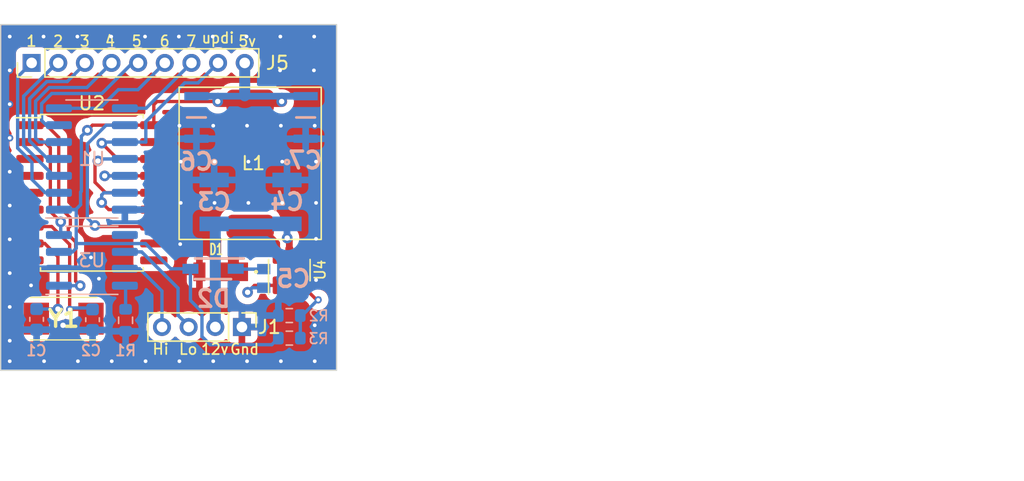
<source format=kicad_pcb>
(kicad_pcb (version 20221018) (generator pcbnew)
  (layers (0 "F.Cu" signal) (31 "B.Cu" signal) (34 "B.Paste" user) (35 "F.Paste" user) (36 "B.SilkS" user "B.Silkscreen") (37 "F.SilkS" user "F.Silkscreen") (38 "B.Mask" user) (39 "F.Mask" user) (44 "Edge.Cuts" user))
  (net 0 "")
  (net 1 "GND")
  (net 2 "Vdd")
  (net 3 "Vos")
  (net 4 "CAN L")
  (net 5 "CAN H")
  (net 6 "Net-(U2-OSC1)")
  (net 7 "Net-(U2-OSC2)")
  (net 8 "Net-(U4-BOOST)")
  (net 9 "Net-(D2-K)")
  (net 10 "Net-(D1-K)")
  (net 11 "Net-(J5-Pin_1)")
  (net 12 "Net-(J5-Pin_2)")
  (net 13 "Net-(J5-Pin_3)")
  (net 14 "Net-(J5-Pin_4)")
  (net 15 "Net-(J5-Pin_5)")
  (net 16 "Net-(J5-Pin_6)")
  (net 17 "Net-(J5-Pin_7)")
  (net 18 "Net-(J5-Pin_8)")
  (net 20 "Net-(U4-VFB)")
  (net 21 "Net-(U1-PB0)")
  (net 22 "Net-(U1-PA1)")
  (net 23 "Net-(U1-PA2)")
  (net 24 "Net-(U1-PA3)")
  (net 25 "Net-(U2-TXCAN)")
  (net 26 "Net-(U2-RXCAN)")
  (net 35 "Net-(U3-Rs)")
  (footprint "Schottky_Diode:DFLS120L7" (layer "F.Cu") (at 136.994 91.579 180)
    (fp_text reference "D1" (at 0.344 1.679) (layer "F.SilkS") (effects (font (size 0.8001 0.508) (thickness 0.127) bold)))
    (fp_text value "D_Schottky" hide)
    (fp_line (start -2.7 0) (end -2.7 0) (stroke (width 0.2)) (layer "F.SilkS"))
    (fp_line (start -2.7 0) (end -2.6 0) (stroke (width 0.2)) (layer "F.SilkS"))
    (fp_line (start -2.6 0) (end -2.6 0) (stroke (width 0.2)) (layer "F.SilkS"))
    (fp_arc (start -2.7 0) (mid -2.65 -0.05) (end -2.6 0) (stroke (width 0.2)) (layer "F.SilkS"))
    (fp_arc (start -2.6 0) (mid -2.65 0.05) (end -2.7 0) (stroke (width 0.2)) (layer "F.SilkS"))
    (pad "1" smd rect (at -0.95 0 270) (size 1.4 2.2) (layers "F.Cu" "F.Paste" "F.Mask") (net 10 "Net-(D1-K)"))
    (pad "2" smd rect (at 1.6 0 180) (size 0.9 1.4) (layers "F.Cu" "F.Paste" "F.Mask") (net 1 "GND"))
  )
  (footprint "Connector_PinHeader_2.00mm:PinHeader_1x04_P2.00mm_Vertical" (layer "F.Cu") (at 138.584 95.729 -90)
    (fp_text reference "J1" (at 0 -2.06) (layer "F.SilkS"))
    (fp_text value "Conn_01x04")
    (fp_line (start -1.06 -1.06) (end 0 -1.06) (stroke (width 0.12)) (layer "F.SilkS"))
    (fp_line (start -1.06 0) (end -1.06 -1.06) (stroke (width 0.12)) (layer "F.SilkS"))
    (fp_line (start -1.06 1) (end -1.06 7.06) (stroke (width 0.12)) (layer "F.SilkS"))
    (fp_line (start -1.06 1) (end 1.06 1) (stroke (width 0.12)) (layer "F.SilkS"))
    (fp_line (start -1.06 7.06) (end 1.06 7.06) (stroke (width 0.12)) (layer "F.SilkS"))
    (fp_line (start 1.06 1) (end 1.06 7.06) (stroke (width 0.12)) (layer "F.SilkS"))
    (pad "1" thru_hole rect (at 0 0 270) (size 1.35 1.35) (drill 0.8) (layers "*.Cu" "*.Mask") (net 1 "GND"))
    (pad "2" thru_hole oval (at 0 2 270) (size 1.35 1.35) (drill 0.8) (layers "*.Cu" "*.Mask") (net 2 "Vdd"))
    (pad "3" thru_hole oval (at 0 4 270) (size 1.35 1.35) (drill 0.8) (layers "*.Cu" "*.Mask") (net 4 "CAN L"))
    (pad "4" thru_hole oval (at 0 6 270) (size 1.35 1.35) (drill 0.8) (layers "*.Cu" "*.Mask") (net 5 "CAN H"))
  )
  (footprint "Connector_PinHeader_2.00mm:PinHeader_1x09_P2.00mm_Vertical" (layer "F.Cu") (at 122.794 75.879 90)
    (fp_text reference "J5" (at 0 18.456 180) (layer "F.SilkS"))
    (fp_text value "Conn_01x09")
    (fp_line (start -1.06 -1.06) (end 0 -1.06) (stroke (width 0.12)) (layer "F.SilkS"))
    (fp_line (start -1.06 0) (end -1.06 -1.06) (stroke (width 0.12)) (layer "F.SilkS"))
    (fp_line (start -1.06 1) (end -1.06 17.06) (stroke (width 0.12)) (layer "F.SilkS"))
    (fp_line (start -1.06 1) (end 1.06 1) (stroke (width 0.12)) (layer "F.SilkS"))
    (fp_line (start -1.06 17.06) (end 1.06 17.06) (stroke (width 0.12)) (layer "F.SilkS"))
    (fp_line (start 1.06 1) (end 1.06 17.06) (stroke (width 0.12)) (layer "F.SilkS"))
    (pad "1" thru_hole rect (at 0 0 90) (size 1.35 1.35) (drill 0.8) (layers "*.Cu" "*.Mask") (net 11 "Net-(J5-Pin_1)"))
    (pad "2" thru_hole oval (at 0 2 90) (size 1.35 1.35) (drill 0.8) (layers "*.Cu" "*.Mask") (net 12 "Net-(J5-Pin_2)"))
    (pad "3" thru_hole oval (at 0 4 90) (size 1.35 1.35) (drill 0.8) (layers "*.Cu" "*.Mask") (net 13 "Net-(J5-Pin_3)"))
    (pad "4" thru_hole oval (at 0 6 90) (size 1.35 1.35) (drill 0.8) (layers "*.Cu" "*.Mask") (net 14 "Net-(J5-Pin_4)"))
    (pad "5" thru_hole oval (at 0 8 90) (size 1.35 1.35) (drill 0.8) (layers "*.Cu" "*.Mask") (net 15 "Net-(J5-Pin_5)"))
    (pad "6" thru_hole oval (at 0 10 90) (size 1.35 1.35) (drill 0.8) (layers "*.Cu" "*.Mask") (net 16 "Net-(J5-Pin_6)"))
    (pad "7" thru_hole oval (at 0 12 90) (size 1.35 1.35) (drill 0.8) (layers "*.Cu" "*.Mask") (net 17 "Net-(J5-Pin_7)"))
    (pad "8" thru_hole oval (at 0 14 90) (size 1.35 1.35) (drill 0.8) (layers "*.Cu" "*.Mask") (net 18 "Net-(J5-Pin_8)"))
    (pad "9" thru_hole oval (at 0 16 90) (size 1.35 1.35) (drill 0.8) (layers "*.Cu" "*.Mask") (net 3 "Vos"))
  )
  (footprint "Package_SO:SOIC-18W_7.5x11.6mm_P1.27mm" (layer "F.Cu") (at 127.319 85.639)
    (fp_text reference "U2" (at 0 -6.72) (layer "F.SilkS"))
    (fp_text value "MCP2515-xSO")
    (fp_line (start -3.86 -5.885) (end -3.86 -5.64) (stroke (width 0.12)) (layer "F.SilkS"))
    (fp_line (start -3.86 -5.64) (end -5.675 -5.64) (stroke (width 0.12)) (layer "F.SilkS"))
    (fp_line (start -3.86 5.885) (end -3.86 5.64) (stroke (width 0.12)) (layer "F.SilkS"))
    (fp_line (start 0 -5.885) (end -3.86 -5.885) (stroke (width 0.12)) (layer "F.SilkS"))
    (fp_line (start 0 -5.885) (end 3.86 -5.885) (stroke (width 0.12)) (layer "F.SilkS"))
    (fp_line (start 0 5.885) (end -3.86 5.885) (stroke (width 0.12)) (layer "F.SilkS"))
    (fp_line (start 0 5.885) (end 3.86 5.885) (stroke (width 0.12)) (layer "F.SilkS"))
    (fp_line (start 3.86 -5.885) (end 3.86 -5.64) (stroke (width 0.12)) (layer "F.SilkS"))
    (fp_line (start 3.86 5.885) (end 3.86 5.64) (stroke (width 0.12)) (layer "F.SilkS"))
    (pad "1" smd roundrect (at -4.65 -5.08) (size 2.05 0.6) (layers "F.Cu" "F.Paste" "F.Mask") (net 25 "Net-(U2-TXCAN)"))
    (pad "2" smd roundrect (at -4.65 -3.81) (size 2.05 0.6) (layers "F.Cu" "F.Paste" "F.Mask") (net 26 "Net-(U2-RXCAN)"))
    (pad "3" smd roundrect (at -4.65 -2.54) (size 2.05 0.6) (layers "F.Cu" "F.Paste" "F.Mask"))
    (pad "4" smd roundrect (at -4.65 -1.27) (size 2.05 0.6) (layers "F.Cu" "F.Paste" "F.Mask"))
    (pad "5" smd roundrect (at -4.65 0) (size 2.05 0.6) (layers "F.Cu" "F.Paste" "F.Mask"))
    (pad "6" smd roundrect (at -4.65 1.27) (size 2.05 0.6) (layers "F.Cu" "F.Paste" "F.Mask"))
    (pad "7" smd roundrect (at -4.65 2.54) (size 2.05 0.6) (layers "F.Cu" "F.Paste" "F.Mask") (net 7 "Net-(U2-OSC2)"))
    (pad "8" smd roundrect (at -4.65 3.81) (size 2.05 0.6) (layers "F.Cu" "F.Paste" "F.Mask") (net 6 "Net-(U2-OSC1)"))
    (pad "9" smd roundrect (at -4.65 5.08) (size 2.05 0.6) (layers "F.Cu" "F.Paste" "F.Mask") (net 1 "GND"))
    (pad "10" smd roundrect (at 4.65 5.08) (size 2.05 0.6) (layers "F.Cu" "F.Paste" "F.Mask"))
    (pad "11" smd roundrect (at 4.65 3.81) (size 2.05 0.6) (layers "F.Cu" "F.Paste" "F.Mask"))
    (pad "12" smd roundrect (at 4.65 2.54) (size 2.05 0.6) (layers "F.Cu" "F.Paste" "F.Mask") (net 21 "Net-(U1-PB0)"))
    (pad "13" smd roundrect (at 4.65 1.27) (size 2.05 0.6) (layers "F.Cu" "F.Paste" "F.Mask") (net 24 "Net-(U1-PA3)"))
    (pad "14" smd roundrect (at 4.65 0) (size 2.05 0.6) (layers "F.Cu" "F.Paste" "F.Mask") (net 22 "Net-(U1-PA1)"))
    (pad "15" smd roundrect (at 4.65 -1.27) (size 2.05 0.6) (layers "F.Cu" "F.Paste" "F.Mask") (net 23 "Net-(U1-PA2)"))
    (pad "16" smd roundrect (at 4.65 -2.54) (size 2.05 0.6) (layers "F.Cu" "F.Paste" "F.Mask") (net 18 "Net-(J5-Pin_8)"))
    (pad "17" smd roundrect (at 4.65 -3.81) (size 2.05 0.6) (layers "F.Cu" "F.Paste" "F.Mask"))
    (pad "18" smd roundrect (at 4.65 -5.08) (size 2.05 0.6) (layers "F.Cu" "F.Paste" "F.Mask") (net 3 "Vos"))
  )
  (footprint "ECS-80-8-30Q-VS-TR:ECS80830QVSTR" (layer "F.Cu") (at 125.2 95.1 180)
    (fp_text reference "Y1" (at 0 0 180) (layer "F.SilkS") (effects (font (size 1.27 1.27) (thickness 0.254))))
    (fp_text value "8 MHz" hide)
    (fp_line (start -2.5 -1.6) (end 2.5 -1.6) (stroke (width 0.1)) (layer "F.SilkS"))
    (fp_line (start -2.5 1.6) (end 2.5 1.6) (stroke (width 0.1)) (layer "F.SilkS"))
    (pad "1" smd rect (at -2.05 0 180) (size 1.9 2.4) (layers "F.Cu" "F.Paste" "F.Mask") (net 7 "Net-(U2-OSC2)"))
    (pad "2" smd rect (at 2.05 0 180) (size 1.9 2.4) (layers "F.Cu" "F.Paste" "F.Mask") (net 6 "Net-(U2-OSC1)"))
  )
  (footprint "MSS1048-223:Inductor_MSS1048-223" (layer "F.Cu") (at 139.204 83.429)
    (fp_text reference "L1" (at 0.24 -0.01 unlocked) (layer "F.SilkS"))
    (fp_text value "22 µH")
    (fp_rect (start -5.335 -5.72) (end 5.335 5.72) (stroke (width 0.12)) (fill none) (layer "F.SilkS"))
    (pad "1" smd roundrect (at 0 4.75) (size 3.56 1.78) (layers "F.Cu" "F.Paste" "F.Mask") (net 10 "Net-(D1-K)"))
    (pad "2" smd roundrect (at 0 -4.65) (size 3.56 1.78) (layers "F.Cu" "F.Paste" "F.Mask") (net 3 "Vos"))
  )
  (footprint "Package_TO_SOT_SMD:SOT-23-6" (layer "F.Cu") (at 142.144 91.454 90)
    (fp_text reference "U4" (at 0.0125 2.306 90) (layer "F.SilkS") (effects (font (size 0.8001 0.762) (thickness 0.127) bold)))
    (fp_text value "MCP16331CH")
    (fp_line (start 0 -1.56) (end -1.8 -1.56) (stroke (width 0.12)) (layer "F.SilkS"))
    (fp_line (start 0 -1.56) (end 0.8 -1.56) (stroke (width 0.12)) (layer "F.SilkS"))
    (fp_line (start 0 1.56) (end -0.8 1.56) (stroke (width 0.12)) (layer "F.SilkS"))
    (fp_line (start 0 1.56) (end 0.8 1.56) (stroke (width 0.12)) (layer "F.SilkS"))
    (pad "1" smd roundrect (at -1.1375 -0.95 90) (size 1.325 0.6) (layers "F.Cu" "F.Paste" "F.Mask") (net 8 "Net-(U4-BOOST)"))
    (pad "2" smd roundrect (at -1.1375 0 90) (size 1.325 0.6) (layers "F.Cu" "F.Paste" "F.Mask") (net 1 "GND"))
    (pad "3" smd roundrect (at -1.1375 0.95 90) (size 1.325 0.6) (layers "F.Cu" "F.Paste" "F.Mask") (net 20 "Net-(U4-VFB)"))
    (pad "4" smd roundrect (at 1.1375 0.95 90) (size 1.325 0.6) (layers "F.Cu" "F.Paste" "F.Mask"))
    (pad "5" smd roundrect (at 1.1375 0 90) (size 1.325 0.6) (layers "F.Cu" "F.Paste" "F.Mask") (net 2 "Vdd"))
    (pad "6" smd roundrect (at 1.1375 -0.95 90) (size 1.325 0.6) (layers "F.Cu" "F.Paste" "F.Mask") (net 10 "Net-(D1-K)"))
  )
  (footprint "C3225_Commercial:C3225_Commercial" (layer "B.Cu") (at 136.499 86.329 -90)
    (fp_text reference "C3" (at 0 0 -180) (layer "B.SilkS") (effects (font (size 1.27 1.27) (thickness 0.254)) (justify mirror)))
    (fp_text value "10uF" hide)
    (fp_circle (center -3 0) (end -3 -0.05) (stroke (width 0.2)) (fill none) (layer "B.SilkS"))
    (pad "1" smd rect (at -1.65 0 270) (size 1.1 2.2) (layers "B.Cu" "B.Paste" "B.Mask") (net 1 "GND"))
    (pad "2" smd rect (at 1.65 0 270) (size 1.1 2.2) (layers "B.Cu" "B.Paste" "B.Mask") (net 2 "Vdd"))
  )
  (footprint "CAPC3216X180N:CAPC3216X180N" (layer "B.Cu") (at 143.369 79.979 90)
    (fp_text reference "C7" (at -3.221 -0.019) (layer "B.SilkS") (effects (font (size 1.27 1.27) (thickness 0.254)) (justify mirror)))
    (fp_text value "10 uF" hide)
    (fp_line (start 0 0.7) (end 0 -0.7) (stroke (width 0.2)) (layer "B.SilkS"))
    (pad "1" smd rect (at -1.6 0 90) (size 0.62 1.82) (layers "B.Cu" "B.Paste" "B.Mask") (net 1 "GND"))
    (pad "2" smd rect (at 1.6 0 90) (size 0.62 1.82) (layers "B.Cu" "B.Paste" "B.Mask") (net 3 "Vos"))
  )
  (footprint "C3225_Commercial:C3225_Commercial" (layer "B.Cu") (at 141.969 86.329 -90)
    (fp_text reference "C4" (at 0 0 -180) (layer "B.SilkS") (effects (font (size 1.27 1.27) (thickness 0.254)) (justify mirror)))
    (fp_text value "10uF" hide)
    (fp_circle (center -3 0) (end -3 -0.05) (stroke (width 0.2)) (fill none) (layer "B.SilkS"))
    (pad "1" smd rect (at -1.65 0 270) (size 1.1 2.2) (layers "B.Cu" "B.Paste" "B.Mask") (net 1 "GND"))
    (pad "2" smd rect (at 1.65 0 270) (size 1.1 2.2) (layers "B.Cu" "B.Paste" "B.Mask") (net 2 "Vdd"))
  )
  (footprint "Resistor_SMD:R_0603_1608Metric" (layer "B.Cu") (at 129.85 95.225 90)
    (fp_text reference "R1" (at -2.275 0 180) (layer "B.SilkS") (effects (font (size 0.8001 0.8001)) (justify mirror)))
    (fp_text value "10")
    (fp_line (start -0.237258 -0.5225) (end 0.237258 -0.5225) (stroke (width 0.12)) (layer "B.SilkS"))
    (fp_line (start -0.237258 0.5225) (end 0.237258 0.5225) (stroke (width 0.12)) (layer "B.SilkS"))
    (pad "1" smd roundrect (at -0.825 0 90) (size 0.8 0.95) (layers "B.Cu" "B.Paste" "B.Mask") (net 1 "GND"))
    (pad "2" smd roundrect (at 0.825 0 90) (size 0.8 0.95) (layers "B.Cu" "B.Paste" "B.Mask") (net 35 "Net-(U3-Rs)"))
  )
  (footprint "Package_SO:SOIC-8_3.9x4.9mm_P1.27mm" (layer "B.Cu") (at 127.319 90.719)
    (fp_text reference "U3" (at 0 0) (layer "B.SilkS") (effects (justify mirror)))
    (fp_text value "MCP2551-I-SN")
    (fp_line (start 0 -2.56) (end -1.95 -2.56) (stroke (width 0.12)) (layer "B.SilkS"))
    (fp_line (start 0 -2.56) (end 1.95 -2.56) (stroke (width 0.12)) (layer "B.SilkS"))
    (fp_line (start 0 2.56) (end -3.45 2.56) (stroke (width 0.12)) (layer "B.SilkS"))
    (fp_line (start 0 2.56) (end 1.95 2.56) (stroke (width 0.12)) (layer "B.SilkS"))
    (pad "1" smd roundrect (at -2.475 1.905) (size 1.95 0.6) (layers "B.Cu" "B.Paste" "B.Mask") (net 25 "Net-(U2-TXCAN)"))
    (pad "2" smd roundrect (at -2.475 0.635) (size 1.95 0.6) (layers "B.Cu" "B.Paste" "B.Mask") (net 1 "GND"))
    (pad "3" smd roundrect (at -2.475 -0.635) (size 1.95 0.6) (layers "B.Cu" "B.Paste" "B.Mask") (net 3 "Vos"))
    (pad "4" smd roundrect (at -2.475 -1.905) (size 1.95 0.6) (layers "B.Cu" "B.Paste" "B.Mask") (net 26 "Net-(U2-RXCAN)"))
    (pad "5" smd roundrect (at 2.475 -1.905) (size 1.95 0.6) (layers "B.Cu" "B.Paste" "B.Mask"))
    (pad "6" smd roundrect (at 2.475 -0.635) (size 1.95 0.6) (layers "B.Cu" "B.Paste" "B.Mask") (net 4 "CAN L"))
    (pad "7" smd roundrect (at 2.475 0.635) (size 1.95 0.6) (layers "B.Cu" "B.Paste" "B.Mask") (net 5 "CAN H"))
    (pad "8" smd roundrect (at 2.475 1.905) (size 1.95 0.6) (layers "B.Cu" "B.Paste" "B.Mask") (net 35 "Net-(U3-Rs)"))
  )
  (footprint "Resistor_SMD:R_0603_1608Metric" (layer "B.Cu") (at 142.144836 96.565)
    (fp_text reference "R3" (at 2.19 0.0375 180) (layer "B.SilkS") (effects (font (size 0.8001 0.762) (thickness 0.127) bold) (justify mirror)))
    (fp_text value "52.3 ")
    (fp_line (start -0.237258 -0.5225) (end 0.237258 -0.5225) (stroke (width 0.12)) (layer "B.SilkS"))
    (fp_line (start -0.237258 0.5225) (end 0.237258 0.5225) (stroke (width 0.12)) (layer "B.SilkS"))
    (pad "1" smd roundrect (at -0.825 0) (size 0.8 0.95) (layers "B.Cu" "B.Paste" "B.Mask") (net 3 "Vos"))
    (pad "2" smd roundrect (at 0.825 0) (size 0.8 0.95) (layers "B.Cu" "B.Paste" "B.Mask") (net 20 "Net-(U4-VFB)"))
  )
  (footprint "Capacitor_SMD:C_0603_1608Metric" (layer "B.Cu") (at 127.369 95.179 -90)
    (fp_text reference "C2" (at 2.321 0.119) (layer "B.SilkS") (effects (font (size 0.8001 0.762)) (justify mirror)))
    (fp_text value "22 pF")
    (fp_line (start -0.14058 -0.51) (end 0.14058 -0.51) (stroke (width 0.12)) (layer "B.SilkS"))
    (fp_line (start -0.14058 0.51) (end 0.14058 0.51) (stroke (width 0.12)) (layer "B.SilkS"))
    (pad "1" smd roundrect (at -0.775 0 270) (size 0.9 0.95) (layers "B.Cu" "B.Paste" "B.Mask") (net 7 "Net-(U2-OSC2)"))
    (pad "2" smd roundrect (at 0.775 0 270) (size 0.9 0.95) (layers "B.Cu" "B.Paste" "B.Mask") (net 1 "GND"))
  )
  (footprint "CAPC3216X180N:CAPC3216X180N" (layer "B.Cu") (at 135.169 79.979 90)
    (fp_text reference "C6" (at -3.321 -0.019) (layer "B.SilkS") (effects (font (size 1.27 1.27) (thickness 0.254)) (justify mirror)))
    (fp_text value "10 uF" hide)
    (fp_line (start 0 0.7) (end 0 -0.7) (stroke (width 0.2)) (layer "B.SilkS"))
    (pad "1" smd rect (at -1.6 0 90) (size 0.62 1.82) (layers "B.Cu" "B.Paste" "B.Mask") (net 1 "GND"))
    (pad "2" smd rect (at 1.6 0 90) (size 0.62 1.82) (layers "B.Cu" "B.Paste" "B.Mask") (net 3 "Vos"))
  )
  (footprint "0603YC104KAT2A:CAPC1608X90N" (layer "B.Cu") (at 140.219 92.079 90)
    (fp_text reference "C5" (at -0.021 2.231) (layer "B.SilkS") (effects (font (size 1.27 1.27) (thickness 0.254)) (justify mirror)))
    (fp_text value "100 nF" hide)
    (pad "1" smd rect (at -0.7 0 90) (size 0.78 0.99) (layers "B.Cu" "B.Paste" "B.Mask") (net 8 "Net-(U4-BOOST)"))
    (pad "2" smd rect (at 0.7 0 90) (size 0.78 0.99) (layers "B.Cu" "B.Paste" "B.Mask") (net 9 "Net-(D2-K)"))
  )
  (footprint "Resistor_SMD:R_0603_1608Metric" (layer "B.Cu") (at 142.14 94.87)
    (fp_text reference "R2" (at 2.205 0.0175 180) (layer "B.SilkS") (effects (font (size 0.8001 0.762) (thickness 0.127) bold) (justify mirror)))
    (fp_text value "10")
    (fp_line (start -0.237258 -0.5225) (end 0.237258 -0.5225) (stroke (width 0.12)) (layer "B.SilkS"))
    (fp_line (start -0.237258 0.5225) (end 0.237258 0.5225) (stroke (width 0.12)) (layer "B.SilkS"))
    (pad "1" smd roundrect (at -0.825 0) (size 0.8 0.95) (layers "B.Cu" "B.Paste" "B.Mask") (net 1 "GND"))
    (pad "2" smd roundrect (at 0.825 0) (size 0.8 0.95) (layers "B.Cu" "B.Paste" "B.Mask") (net 20 "Net-(U4-VFB)"))
  )
  (footprint "1N4148WQ-7-F:SOD3716X145N" (layer "B.Cu") (at 136.419 91.354 180)
    (fp_text reference "D2" (at -0.031 -2.246) (layer "B.SilkS") (effects (font (size 1.27 1.27) (thickness 0.254)) (justify mirror)))
    (fp_text value "1N4148WQ-7-F" hide)
    (fp_line (start -2.3 0.775) (end 1.35 0.775) (stroke (width 0.2)) (layer "B.SilkS"))
    (fp_line (start -1.35 -0.775) (end 1.35 -0.775) (stroke (width 0.2)) (layer "B.SilkS"))
    (pad "1" smd rect (at -1.7 0 90) (size 0.75 1.2) (layers "B.Cu" "B.Paste" "B.Mask") (net 9 "Net-(D2-K)"))
    (pad "2" smd rect (at 1.7 0 90) (size 0.75 1.2) (layers "B.Cu" "B.Paste" "B.Mask") (net 3 "Vos"))
  )
  (footprint "Capacitor_SMD:C_0603_1608Metric" (layer "B.Cu") (at 123.169 95.154 -90)
    (fp_text reference "C1" (at 2.346 0.019 180) (layer "B.SilkS") (effects (font (size 0.8001 0.762)) (justify mirror)))
    (fp_text value "22 pF")
    (fp_line (start -0.14058 -0.51) (end 0.14058 -0.51) (stroke (width 0.12)) (layer "B.SilkS"))
    (fp_line (start -0.14058 0.51) (end 0.14058 0.51) (stroke (width 0.12)) (layer "B.SilkS"))
    (pad "1" smd roundrect (at -0.775 0 270) (size 0.9 0.95) (layers "B.Cu" "B.Paste" "B.Mask") (net 6 "Net-(U2-OSC1)"))
    (pad "2" smd roundrect (at 0.775 0 270) (size 0.9 0.95) (layers "B.Cu" "B.Paste" "B.Mask") (net 1 "GND"))
  )
  (footprint "Package_SO:SOIC-14_3.9x8.7mm_P1.27mm" (layer "B.Cu") (at 127.319 83.099)
    (fp_text reference "U1" (at 0 0) (layer "B.SilkS") (effects (justify mirror)))
    (fp_text value "ATtiny814-SS")
    (fp_line (start 0 -4.435) (end -1.95 -4.435) (stroke (width 0.12)) (layer "B.SilkS"))
    (fp_line (start 0 -4.435) (end 1.95 -4.435) (stroke (width 0.12)) (layer "B.SilkS"))
    (fp_line (start 0 4.435) (end -3.45 4.435) (stroke (width 0.12)) (layer "B.SilkS"))
    (fp_line (start 0 4.435) (end 1.95 4.435) (stroke (width 0.12)) (layer "B.SilkS"))
    (pad "1" smd roundrect (at -2.475 3.81) (size 1.95 0.6) (layers "B.Cu" "B.Paste" "B.Mask") (net 3 "Vos"))
    (pad "2" smd roundrect (at -2.475 2.54) (size 1.95 0.6) (layers "B.Cu" "B.Paste" "B.Mask") (net 11 "Net-(J5-Pin_1)"))
    (pad "3" smd roundrect (at -2.475 1.27) (size 1.95 0.6) (layers "B.Cu" "B.Paste" "B.Mask") (net 12 "Net-(J5-Pin_2)"))
    (pad "4" smd roundrect (at -2.475 0) (size 1.95 0.6) (layers "B.Cu" "B.Paste" "B.Mask") (net 13 "Net-(J5-Pin_3)"))
    (pad "5" smd roundrect (at -2.475 -1.27) (size 1.95 0.6) (layers "B.Cu" "B.Paste" "B.Mask") (net 14 "Net-(J5-Pin_4)"))
    (pad "6" smd roundrect (at -2.475 -2.54) (size 1.95 0.6) (layers "B.Cu" "B.Paste" "B.Mask") (net 15 "Net-(J5-Pin_5)"))
    (pad "7" smd roundrect (at -2.475 -3.81) (size 1.95 0.6) (layers "B.Cu" "B.Paste" "B.Mask") (net 16 "Net-(J5-Pin_6)"))
    (pad "8" smd roundrect (at 2.475 -3.81) (size 1.95 0.6) (layers "B.Cu" "B.Paste" "B.Mask") (net 17 "Net-(J5-Pin_7)"))
    (pad "9" smd roundrect (at 2.475 -2.54) (size 1.95 0.6) (layers "B.Cu" "B.Paste" "B.Mask") (net 21 "Net-(U1-PB0)"))
    (pad "10" smd roundrect (at 2.475 -1.27) (size 1.95 0.6) (layers "B.Cu" "B.Paste" "B.Mask") (net 18 "Net-(J5-Pin_8)"))
    (pad "11" smd roundrect (at 2.475 0) (size 1.95 0.6) (layers "B.Cu" "B.Paste" "B.Mask") (net 22 "Net-(U1-PA1)"))
    (pad "12" smd roundrect (at 2.475 1.27) (size 1.95 0.6) (layers "B.Cu" "B.Paste" "B.Mask") (net 23 "Net-(U1-PA2)"))
    (pad "13" smd roundrect (at 2.475 2.54) (size 1.95 0.6) (layers "B.Cu" "B.Paste" "B.Mask") (net 24 "Net-(U1-PA3)"))
    (pad "14" smd roundrect (at 2.475 3.81) (size 1.95 0.6) (layers "B.Cu" "B.Paste" "B.Mask") (net 1 "GND"))
  )
  (gr_rect (start 120.47 73) (end 145.69 98.98) (stroke (width 0.1)) (fill none) (layer "Edge.Cuts"))
  (gr_text "Lo" (at 134.55 97.4) (layer "F.SilkS") (effects (font (size 0.8001 0.8001) (thickness 0.127) bold)))
  (gr_text "2" (at 124.784 74.2415) (layer "F.SilkS") (effects (font (size 0.8001 0.762) (thickness 0.127))))
  (gr_text "4" (at 128.684 74.2415) (layer "F.SilkS") (effects (font (size 0.8001 0.762) (thickness 0.127))))
  (gr_text "6" (at 132.784 74.2415) (layer "F.SilkS") (effects (font (size 0.8001 0.762) (thickness 0.127))))
  (gr_text "1" (at 122.784 74.2415) (layer "F.SilkS") (effects (font (size 0.8001 0.8001) (thickness 0.127))))
  (gr_text "5v" (at 138.984 74.2415) (layer "F.SilkS") (effects (font (size 0.8001 0.762) (thickness 0.127))))
  (gr_text "7" (at 134.784 74.2415) (layer "F.SilkS") (effects (font (size 0.8001 0.762) (thickness 0.127))))
  (gr_text "Gnd" (at 138.784 97.4) (layer "F.SilkS") (effects (font (size 0.8001 0.762) (thickness 0.127))))
  (gr_text "3" (at 126.784 74.2415) (layer "F.SilkS") (effects (font (size 0.8001 0.762) (thickness 0.127))))
  (gr_text "5" (at 130.684 74.2415) (layer "F.SilkS") (effects (font (size 0.8001 0.762) (thickness 0.127))))
  (gr_text "Hi" (at 132.484 97.4) (layer "F.SilkS") (effects (font (size 0.8001 0.8001) (thickness 0.127))))
  (gr_text "12v" (at 136.55 97.4) (layer "F.SilkS") (effects (font (size 0.8001 0.762) (thickness 0.127) bold)))
  (gr_text "updi" (at 136.784 74) (layer "F.SilkS") (effects (font (size 0.8001 0.762) (thickness 0.127))))
  (via (at 121.15 84.06) (size 0.5334) (drill 0.2794) (layers "F.Cu" "B.Cu") (net 1))
  (via (at 123.73 98.3) (size 0.5334) (drill 0.2794) (layers "F.Cu" "B.Cu") (net 1))
  (via (at 141.61 86.4) (size 0.5334) (drill 0.2794) (layers "F.Cu" "B.Cu") (net 1))
  (via (at 126.23 73.9) (size 0.5334) (drill 0.2794) (layers "F.Cu" "B.Cu") (net 1))
  (via (at 121.15 76.44) (size 0.5334) (drill 0.2794) (layers "F.Cu" "B.Cu") (net 1))
  (via (at 144.15 92.2) (size 0.5334) (drill 0.2794) (layers "F.Cu" "B.Cu") (net 1))
  (via (at 141.61 83.3) (size 0.5334) (drill 0.2794) (layers "F.Cu" "B.Cu") (net 1))
  (via (at 144.05 80.6) (size 0.5334) (drill 0.2794) (layers "F.Cu" "B.Cu") (net 1))
  (via (at 128.81 98.3) (size 0.5334) (drill 0.2794) (layers "F.Cu" "B.Cu") (net 1))
  (via (at 144.15 86.4) (size 0.5334) (drill 0.2794) (layers "F.Cu" "B.Cu") (net 1))
  (via (at 123.69 73.9) (size 0.5334) (drill 0.2794) (layers "F.Cu" "B.Cu") (net 1))
  (via (at 121.15 91.68) (size 0.5334) (drill 0.2794) (layers "F.Cu" "B.Cu") (net 1))
  (via (at 136.39 73.9) (size 0.5334) (drill 0.2794) (layers "F.Cu" "B.Cu") (net 1))
  (via (at 121.15 94.22) (size 0.5334) (drill 0.2794) (layers "F.Cu" "B.Cu") (net 1))
  (via (at 141.51 98.3) (size 0.5334) (drill 0.2794) (layers "F.Cu" "B.Cu") (net 1))
  (via (at 143.99 76.44) (size 0.5334) (drill 0.2794) (layers "F.Cu" "B.Cu") (net 1))
  (via (at 138.97 98.3) (size 0.5334) (drill 0.2794) (layers "F.Cu" "B.Cu") (net 1))
  (via (at 127.85 92.1) (size 0.5334) (drill 0.2794) (layers "F.Cu" "B.Cu") (net 1))
  (via (at 136.53 86.4) (size 0.5334) (drill 0.2794) (layers "F.Cu" "B.Cu") (net 1))
  (via (at 131.31 73.9) (size 0.5334) (drill 0.2794) (layers "F.Cu" "B.Cu") (net 1))
  (via (at 121.15 78.98) (size 0.5334) (drill 0.2794) (layers "F.Cu" "B.Cu") (net 1))
  (via (at 144.05 95.6) (size 0.5334) (drill 0.2794) (layers "F.Cu" "B.Cu") (net 1))
  (via (at 133.99 86.4) (size 0.5334) (drill 0.2794) (layers "F.Cu" "B.Cu") (net 1))
  (via (at 126.27 98.3) (size 0.5334) (drill 0.2794) (layers "F.Cu" "B.Cu") (net 1))
  (via (at 141.47 73.9) (size 0.5334) (drill 0.2794) (layers "F.Cu" "B.Cu") (net 1))
  (via (at 133.95 89.5) (size 0.5334) (drill 0.2794) (layers "F.Cu" "B.Cu") (net 1))
  (via (at 121.15 96.76) (size 0.5334) (drill 0.2794) (layers "F.Cu" "B.Cu") (net 1))
  (via (at 136.53 83.3) (size 0.5334) (drill 0.2794) (layers "F.Cu" "B.Cu") (net 1))
  (via (at 127.25 90.5) (size 0.5334) (drill 0.2794) (layers "F.Cu" "B.Cu") (net 1))
  (via (at 133.85 73.9) (size 0.5334) (drill 0.2794) (layers "F.Cu" "B.Cu") (net 1))
  (via (at 133.89 98.3) (size 0.5334) (drill 0.2794) (layers "F.Cu" "B.Cu") (net 1))
  (via (at 139.07 83.3) (size 0.5334) (drill 0.2794) (layers "F.Cu" "B.Cu") (net 1))
  (via (at 144.15 83.3) (size 0.5334) (drill 0.2794) (layers "F.Cu" "B.Cu") (net 1))
  (via (at 125.15 95.6) (size 0.8) (drill 0.4) (layers "F.Cu" "B.Cu") (net 1))
  (via (at 121.15 89.14) (size 0.5334) (drill 0.2794) (layers "F.Cu" "B.Cu") (net 1))
  (via (at 144.05 98.3) (size 0.5334) (drill 0.2794) (layers "F.Cu" "B.Cu") (net 1))
  (via (at 133.99 83.3) (size 0.5334) (drill 0.2794) (layers "F.Cu" "B.Cu") (net 1))
  (via (at 136.43 98.3) (size 0.5334) (drill 0.2794) (layers "F.Cu" "B.Cu") (net 1))
  (via (at 141.51 80.6) (size 0.5334) (drill 0.2794) (layers "F.Cu" "B.Cu") (net 1))
  (via (at 121.15 98.3) (size 0.5334) (drill 0.2794) (layers "F.Cu" "B.Cu") (net 1))
  (via (at 139.07 86.4) (size 0.5334) (drill 0.2794) (layers "F.Cu" "B.Cu") (net 1))
  (via (at 136.43 80.6) (size 0.5334) (drill 0.2794) (layers "F.Cu" "B.Cu") (net 1))
  (via (at 141.45 76.44) (size 0.5334) (drill 0.2794) (layers "F.Cu" "B.Cu") (net 1))
  (via (at 138.93 73.9) (size 0.5334) (drill 0.2794) (layers "F.Cu" "B.Cu") (net 1))
  (via (at 121.15 81.52) (size 0.5334) (drill 0.2794) (layers "F.Cu" "B.Cu") (net 1))
  (via (at 121.15 73.9) (size 0.5334) (drill 0.2794) (layers "F.Cu" "B.Cu") (net 1))
  (via (at 133.89 80.6) (size 0.5334) (drill 0.2794) (layers "F.Cu" "B.Cu") (net 1))
  (via (at 122.75 92.6) (size 0.5334) (drill 0.2794) (layers "F.Cu" "B.Cu") (net 1))
  (via (at 144.15 89.1) (size 0.5334) (drill 0.2794) (layers "F.Cu" "B.Cu") (net 1))
  (via (at 128.77 73.9) (size 0.5334) (drill 0.2794) (layers "F.Cu" "B.Cu") (net 1))
  (via (at 121.15 86.6) (size 0.5334) (drill 0.2794) (layers "F.Cu" "B.Cu") (net 1))
  (via (at 144.01 73.9) (size 0.5334) (drill 0.2794) (layers "F.Cu" "B.Cu") (net 1))
  (via (at 138.97 80.6) (size 0.5334) (drill 0.2794) (layers "F.Cu" "B.Cu") (net 1))
  (via (at 131.35 98.3) (size 0.5334) (drill 0.2794) (layers "F.Cu" "B.Cu") (net 1))
  (segment (start 142.144 90.3165) (end 142.144 89.2015) (width 0.508) (layer "F.Cu") (net 2))
  (segment (start 142.144 89.2015) (end 141.984 89.0415) (width 0.508) (layer "F.Cu") (net 2))
  (via (at 141.984 89.0415) (size 0.8) (drill 0.4) (layers "F.Cu" "B.Cu") (net 2))
  (segment (start 136.584 88.064) (end 136.499 87.979) (width 0.508) (layer "B.Cu") (net 2))
  (segment (start 136.499 87.979) (end 141.969 87.979) (width 0.8255) (layer "B.Cu") (net 2))
  (segment (start 141.969 87.979) (end 141.969 89.0265) (width 0.508) (layer "B.Cu") (net 2))
  (segment (start 141.969 89.0265) (end 141.984 89.0415) (width 0.254) (layer "B.Cu") (net 2))
  (segment (start 136.584 95.729) (end 136.584 88.064) (width 0.8255) (layer "B.Cu") (net 2))
  (segment (start 131.969 79.021) (end 132.211 78.779) (width 0.25) (layer "F.Cu") (net 3))
  (segment (start 141.569 78.779) (end 139.204 78.779) (width 0.8255) (layer "F.Cu") (net 3))
  (segment (start 127.364402 80.559) (end 131.969 80.559) (width 0.25) (layer "F.Cu") (net 3))
  (segment (start 132.211 78.779) (end 139.204 78.779) (width 0.25) (layer "F.Cu") (net 3))
  (segment (start 136.769 78.779) (end 139.204 78.779) (width 0.8255) (layer "F.Cu") (net 3))
  (segment (start 126.981701 80.941701) (end 127.364402 80.559) (width 0.25) (layer "F.Cu") (net 3))
  (segment (start 131.969 80.559) (end 131.969 79.021) (width 0.25) (layer "F.Cu") (net 3))
  (via (at 141.569 78.779) (size 0.8) (drill 0.4) (layers "F.Cu" "B.Cu") (net 3))
  (via (at 136.769 78.779) (size 0.8) (drill 0.4) (layers "F.Cu" "B.Cu") (net 3))
  (via (at 126.981701 80.941701) (size 0.8) (drill 0.4) (layers "F.Cu" "B.Cu") (net 3))
  (segment (start 141.584 78.764) (end 141.584 78.379) (width 0.508) (layer "B.Cu") (net 3))
  (segment (start 141.569 78.779) (end 141.969 78.379) (width 0.25) (layer "B.Cu") (net 3))
  (segment (start 135.584 94.594) (end 135.584 96.444) (width 0.25) (layer "B.Cu") (net 3))
  (segment (start 136.769 78.779) (end 136.769 78.394) (width 0.508) (layer "B.Cu") (net 3))
  (segment (start 124.844 86.909) (end 126.059 86.909) (width 0.254) (layer "B.Cu") (net 3))
  (segment (start 136.369 78.379) (end 136.769 78.779) (width 0.25) (layer "B.Cu") (net 3))
  (segment (start 126.47 86.538) (end 126.099 86.909) (width 0.25) (layer "B.Cu") (net 3))
  (segment (start 126.981701 80.941701) (end 126.529 81.394402) (width 0.25) (layer "B.Cu") (net 3))
  (segment (start 126.47 85.59) (end 126.47 86.538) (width 0.25) (layer "B.Cu") (net 3))
  (segment (start 141.569 78.779) (end 141.584 78.764) (width 0.508) (layer "B.Cu") (net 3))
  (segment (start 136.784 78.379) (end 138.769 78.379) (width 0.508) (layer "B.Cu") (net 3))
  (segment (start 135.584 96.444) (end 136.2 97.06) (width 0.25) (layer "B.Cu") (net 3))
  (segment (start 126.203 89.459) (end 126.144 89.4) (width 0.25) (layer "B.Cu") (net 3))
  (segment (start 125.866 90.084) (end 126.144 89.806) (width 0.25) (layer "B.Cu") (net 3))
  (segment (start 135.169 78.379) (end 136.784 78.379) (width 0.508) (layer "B.Cu") (net 3))
  (segment (start 136.2 97.06) (end 140.824836 97.06) (width 0.25) (layer "B.Cu") (net 3))
  (segment (start 141.969 78.379) (end 143.369 78.379) (width 0.25) (layer "B.Cu") (net 3))
  (segment (start 131.349 89.459) (end 126.203 89.459) (width 0.25) (layer "B.Cu") (net 3))
  (segment (start 126.144 86.954) (end 126.099 86.909) (width 0.25) (layer "B.Cu") (net 3))
  (segment (start 124.844 90.084) (end 125.866 90.084) (width 0.25) (layer "B.Cu") (net 3))
  (segment (start 138.794 75.879) (end 138.794 78.354) (width 0.8255) (layer "B.Cu") (net 3))
  (segment (start 140.824836 97.06) (end 141.319836 96.565) (width 0.25) (layer "B.Cu") (net 3))
  (segment (start 133.244 91.354) (end 131.349 89.459) (width 0.25) (layer "B.Cu") (net 3))
  (segment (start 126.529 81.394402) (end 126.529 85.531) (width 0.25) (layer "B.Cu") (net 3))
  (segment (start 134.719 91.354) (end 134.719 93.729) (width 0.254) (layer "B.Cu") (net 3))
  (segment (start 126.144 89.806) (end 126.144 89.4) (width 0.25) (layer "B.Cu") (net 3))
  (segment (start 141.584 78.379) (end 143.369 78.379) (width 0.508) (layer "B.Cu") (net 3))
  (segment (start 126.529 85.531) (end 126.47 85.59) (width 0.25) (layer "B.Cu") (net 3))
  (segment (start 135.169 78.379) (end 136.369 78.379) (width 0.25) (layer "B.Cu") (net 3))
  (segment (start 136.769 78.394) (end 136.784 78.379) (width 0.508) (layer "B.Cu") (net 3))
  (segment (start 126.144 89.4) (end 126.144 86.954) (width 0.25) (layer "B.Cu") (net 3))
  (segment (start 134.719 91.354) (end 133.244 91.354) (width 0.25) (layer "B.Cu") (net 3))
  (segment (start 138.794 78.354) (end 138.769 78.379) (width 0.25) (layer "B.Cu") (net 3))
  (segment (start 134.719 93.729) (end 135.584 94.594) (width 0.25) (layer "B.Cu") (net 3))
  (segment (start 126.099 86.909) (end 124.844 86.909) (width 0.25) (layer "B.Cu") (net 3))
  (segment (start 138.769 78.379) (end 141.584 78.379) (width 0.508) (layer "B.Cu") (net 3))
  (segment (start 131.059 90.084) (end 133.79 92.815) (width 0.254) (layer "B.Cu") (net 4))
  (segment (start 133.79 92.815) (end 133.79 94.8475) (width 0.254) (layer "B.Cu") (net 4))
  (segment (start 133.79 94.8475) (end 134.584 95.6415) (width 0.254) (layer "B.Cu") (net 4))
  (segment (start 129.794 90.084) (end 131.059 90.084) (width 0.254) (layer "B.Cu") (net 4))
  (segment (start 132.58 95.725) (end 132.58 93.03) (width 0.254) (layer "B.Cu") (net 5))
  (segment (start 132.584 95.729) (end 132.58 95.725) (width 0.254) (layer "B.Cu") (net 5))
  (segment (start 132.58 93.03) (end 130.904 91.354) (width 0.254) (layer "B.Cu") (net 5))
  (segment (start 130.904 91.354) (end 129.794 91.354) (width 0.254) (layer "B.Cu") (net 5))
  (segment (start 124.769 94.379) (end 123.871 94.379) (width 0.25) (layer "F.Cu") (net 6))
  (segment (start 123.777299 89.449) (end 122.669 89.449) (width 0.25) (layer "F.Cu") (net 6))
  (segment (start 124.769 90.440701) (end 123.777299 89.449) (width 0.25) (layer "F.Cu") (net 6))
  (segment (start 124.769 94.379) (end 124.769 90.440701) (width 0.25) (layer "F.Cu") (net 6))
  (segment (start 123.871 94.379) (end 123.15 95.1) (width 0.25) (layer "F.Cu") (net 6))
  (via (at 124.769 94.379) (size 0.8) (drill 0.4) (layers "F.Cu" "B.Cu") (net 6))
  (segment (start 124.769 94.379) (end 123.169 94.379) (width 0.25) (layer "B.Cu") (net 6))
  (segment (start 125.65 94.4) (end 126.55 94.4) (width 0.25) (layer "F.Cu") (net 7))
  (segment (start 125.65 89.525305) (end 124.303695 88.179) (width 0.25) (layer "F.Cu") (net 7))
  (segment (start 125.65 94.4) (end 125.65 89.525305) (width 0.25) (layer "F.Cu") (net 7))
  (segment (start 124.303695 88.179) (end 122.669 88.179) (width 0.25) (layer "F.Cu") (net 7))
  (segment (start 126.55 94.4) (end 127.25 95.1) (width 0.25) (layer "F.Cu") (net 7))
  (via (at 125.65 94.4) (size 0.5334) (drill 0.2794) (layers "F.Cu" "B.Cu") (net 7))
  (segment (start 125.75 94.3) (end 127.265 94.3) (width 0.25) (layer "B.Cu") (net 7))
  (segment (start 125.65 94.4) (end 125.75 94.3) (width 0.25) (layer "B.Cu") (net 7))
  (segment (start 139.01 93.12) (end 139.53 92.6) (width 0.25) (layer "F.Cu") (net 8))
  (segment (start 139.53 92.6) (end 141.1855 92.6) (width 0.25) (layer "F.Cu") (net 8))
  (segment (start 141.1855 92.6) (end 141.194 92.5915) (width 0.25) (layer "F.Cu") (net 8))
  (via (at 139.01 93.12) (size 0.8) (drill 0.4) (layers "F.Cu" "B.Cu") (net 8))
  (segment (start 139.01 93.12) (end 139.351 92.779) (width 0.25) (layer "B.Cu") (net 8))
  (segment (start 139.351 92.779) (end 140.219 92.779) (width 0.25) (layer "B.Cu") (net 8))
  (segment (start 138.144 91.379) (end 138.119 91.354) (width 0.254) (layer "B.Cu") (net 9))
  (segment (start 140.219 91.379) (end 138.144 91.379) (width 0.254) (layer "B.Cu") (net 9))
  (segment (start 137.944 89.439) (end 139.204 88.179) (width 0.8255) (layer "F.Cu") (net 10))
  (segment (start 141.194 89.4515) (end 139.9215 88.179) (width 0.508) (layer "F.Cu") (net 10))
  (segment (start 137.944 91.579) (end 137.944 89.439) (width 0.8255) (layer "F.Cu") (net 10))
  (segment (start 139.9215 88.179) (end 139.204 88.179) (width 0.508) (layer "F.Cu") (net 10))
  (segment (start 141.194 90.3165) (end 141.194 89.4515) (width 0.508) (layer "F.Cu") (net 10))
  (segment (start 121.744 82.282147) (end 121.744 76.929) (width 0.25) (layer "B.Cu") (net 11))
  (segment (start 124.844 85.639) (end 123.819 85.639) (width 0.25) (layer "B.Cu") (net 11))
  (segment (start 122.82 83.358147) (end 121.744 82.282147) (width 0.25) (layer "B.Cu") (net 11))
  (segment (start 121.744 76.929) (end 122.794 75.879) (width 0.25) (layer "B.Cu") (net 11))
  (segment (start 122.82 84.64) (end 122.82 83.358147) (width 0.25) (layer "B.Cu") (net 11))
  (segment (start 123.819 85.639) (end 122.82 84.64) (width 0.25) (layer "B.Cu") (net 11))
  (segment (start 124.467249 84.369) (end 122.194 82.095751) (width 0.25) (layer "B.Cu") (net 12))
  (segment (start 124.844 84.369) (end 124.467249 84.369) (width 0.25) (layer "B.Cu") (net 12))
  (segment (start 122.194 82.095751) (end 122.194 78.379) (width 0.25) (layer "B.Cu") (net 12))
  (segment (start 122.194 78.379) (end 122.198061 78.379) (width 0.25) (layer "B.Cu") (net 12))
  (segment (start 124.698061 75.879) (end 124.794 75.879) (width 0.25) (layer "B.Cu") (net 12))
  (segment (start 122.198061 78.379) (end 124.698061 75.879) (width 0.25) (layer "B.Cu") (net 12))
  (segment (start 126.794 75.954) (end 126.794 75.879) (width 0.25) (layer "B.Cu") (net 13))
  (segment (start 125.469 77.279) (end 126.794 75.954) (width 0.25) (layer "B.Cu") (net 13))
  (segment (start 122.644 78.569457) (end 123.934457 77.279) (width 0.25) (layer "B.Cu") (net 13))
  (segment (start 122.644 81.740396) (end 122.644 78.569457) (width 0.25) (layer "B.Cu") (net 13))
  (segment (start 123.934457 77.279) (end 125.469 77.279) (width 0.25) (layer "B.Cu") (net 13))
  (segment (start 124.844 83.099) (end 124.002604 83.099) (width 0.25) (layer "B.Cu") (net 13))
  (segment (start 124.002604 83.099) (end 122.644 81.740396) (width 0.25) (layer "B.Cu") (net 13))
  (segment (start 124.120853 77.729) (end 126.944 77.729) (width 0.25) (layer "B.Cu") (net 14))
  (segment (start 124.844 81.829) (end 123.369 81.829) (width 0.25) (layer "B.Cu") (net 14))
  (segment (start 123.094 78.755853) (end 124.120853 77.729) (width 0.25) (layer "B.Cu") (net 14))
  (segment (start 126.944 77.729) (end 128.794 75.879) (width 0.25) (layer "B.Cu") (net 14))
  (segment (start 123.369 81.829) (end 123.094 81.554) (width 0.25) (layer "B.Cu") (net 14))
  (segment (start 123.094 81.554) (end 123.094 78.755853) (width 0.25) (layer "B.Cu") (net 14))
  (segment (start 124.844 80.559) (end 123.899 80.559) (width 0.25) (layer "B.Cu") (net 15))
  (segment (start 124.307249 78.179) (end 128.069 78.179) (width 0.25) (layer "B.Cu") (net 15))
  (segment (start 128.069 78.179) (end 130.369 75.879) (width 0.25) (layer "B.Cu") (net 15))
  (segment (start 123.544 78.942249) (end 124.307249 78.179) (width 0.25) (layer "B.Cu") (net 15))
  (segment (start 130.369 75.879) (end 130.794 75.879) (width 0.25) (layer "B.Cu") (net 15))
  (segment (start 123.544 80.204) (end 123.544 78.942249) (width 0.25) (layer "B.Cu") (net 15))
  (segment (start 123.899 80.559) (end 123.544 80.204) (width 0.25) (layer "B.Cu") (net 15))
  (segment (start 127.909 79.289) (end 129.308 77.89) (width 0.25) (layer "B.Cu") (net 16))
  (segment (start 129.308 77.89) (end 130.783 77.89) (width 0.25) (layer "B.Cu") (net 16))
  (segment (start 130.783 77.89) (end 132.794 75.879) (width 0.25) (layer "B.Cu") (net 16))
  (segment (start 124.844 79.289) (end 127.909 79.289) (width 0.25) (layer "B.Cu") (net 16))
  (segment (start 131.384 79.289) (end 134.794 75.879) (width 0.25) (layer "B.Cu") (net 17))
  (segment (start 129.794 79.289) (end 131.384 79.289) (width 0.25) (layer "B.Cu") (net 17))
  (segment (start 131.968 83.1) (end 131.969 83.099) (width 0.25) (layer "F.Cu") (net 18))
  (segment (start 129.25 83.1) (end 131.968 83.1) (width 0.25) (layer "F.Cu") (net 18))
  (segment (start 128.0613 81.9113) (end 129.25 83.1) (width 0.25) (layer "F.Cu") (net 18))
  (via (at 128.0613 81.9113) (size 0.8) (drill 0.4) (layers "F.Cu" "B.Cu") (net 18))
  (segment (start 129.794 81.829) (end 131.369 81.829) (width 0.25) (layer "B.Cu") (net 18))
  (segment (start 131.369 81.829) (end 131.369 80.301792) (width 0.25) (layer "B.Cu") (net 18))
  (segment (start 134.291792 77.379) (end 135.294 77.379) (width 0.25) (layer "B.Cu") (net 18))
  (segment (start 135.294 77.379) (end 136.794 75.879) (width 0.25) (layer "B.Cu") (net 18))
  (segment (start 128.1436 81.829) (end 128.0613 81.9113) (width 0.25) (layer "B.Cu") (net 18))
  (segment (start 131.369 80.301792) (end 134.291792 77.379) (width 0.25) (layer "B.Cu") (net 18))
  (segment (start 129.794 81.829) (end 128.1436 81.829) (width 0.25) (layer "B.Cu") (net 18))
  (segment (start 144.1925 93.69) (end 143.094 92.5915) (width 0.25) (layer "F.Cu") (net 20))
  (segment (start 144.31 93.69) (end 144.1925 93.69) (width 0.25) (layer "F.Cu") (net 20))
  (via (at 144.31 93.69) (size 0.5334) (drill 0.2794) (layers "F.Cu" "B.Cu") (net 20))
  (segment (start 142.969836 94.874836) (end 142.965 94.87) (width 0.25) (layer "B.Cu") (net 20))
  (segment (start 143.1 94.87) (end 142.965 94.87) (width 0.25) (layer "B.Cu") (net 20))
  (segment (start 142.969836 96.565) (end 142.969836 94.874836) (width 0.25) (layer "B.Cu") (net 20))
  (segment (start 144.41 93.56) (end 143.1 94.87) (width 0.25) (layer "B.Cu") (net 20))
  (segment (start 127.629 88.179) (end 131.969 88.179) (width 0.25) (layer "F.Cu") (net 21))
  (segment (start 127.55 88.1) (end 127.629 88.179) (width 0.25) (layer "F.Cu") (net 21))
  (via (at 127.55 88.1) (size 0.8) (drill 0.4) (layers "F.Cu" "B.Cu") (net 21))
  (segment (start 126.979 87.529) (end 126.979 81.969) (width 0.25) (layer "B.Cu") (net 21))
  (segment (start 128.389 80.559) (end 129.794 80.559) (width 0.25) (layer "B.Cu") (net 21))
  (segment (start 126.979 81.969) (end 128.389 80.559) (width 0.25) (layer "B.Cu") (net 21))
  (segment (start 127.55 88.1) (end 126.979 87.529) (width 0.25) (layer "B.Cu") (net 21))
  (segment (start 127.774451 83.249049) (end 127.554 83.4695) (width 0.25) (layer "F.Cu") (net 22))
  (segment (start 127.554 84.848695) (end 128.344305 85.639) (width 0.25) (layer "F.Cu") (net 22))
  (segment (start 128.344305 85.639) (end 131.969 85.639) (width 0.25) (layer "F.Cu") (net 22))
  (segment (start 127.554 83.4695) (end 127.554 84.848695) (width 0.25) (layer "F.Cu") (net 22))
  (via (at 127.774451 83.249049) (size 0.8) (drill 0.4) (layers "F.Cu" "B.Cu") (net 22))
  (segment (start 127.9245 83.099) (end 129.794 83.099) (width 0.25) (layer "B.Cu") (net 22))
  (segment (start 127.774451 83.249049) (end 127.9245 83.099) (width 0.25) (layer "B.Cu") (net 22))
  (segment (start 128.279 84.369) (end 131.969 84.369) (width 0.25) (layer "F.Cu") (net 23))
  (via (at 128.279 84.369) (size 0.8) (drill 0.4) (layers "F.Cu" "B.Cu") (net 23))
  (segment (start 128.279 84.369) (end 129.794 84.369) (width 0.25) (layer "B.Cu") (net 23))
  (segment (start 128.589706 86.909) (end 131.969 86.909) (width 0.25) (layer "F.Cu") (net 24))
  (segment (start 128.053103 86.372397) (end 128.589706 86.909) (width 0.25) (layer "F.Cu") (net 24))
  (via (at 128.053103 86.372397) (size 0.8) (drill 0.4) (layers "F.Cu" "B.Cu") (net 24))
  (segment (start 128.221 85.639) (end 129.794 85.639) (width 0.25) (layer "B.Cu") (net 24))
  (segment (start 128.053103 85.806897) (end 128.221 85.639) (width 0.25) (layer "B.Cu") (net 24))
  (segment (start 128.053103 86.372397) (end 128.053103 85.806897) (width 0.25) (layer "B.Cu") (net 24))
  (segment (start 126.1 89.338909) (end 125.55 88.788909) (width 0.25) (layer "F.Cu") (net 25))
  (segment (start 126.44 92.624) (end 126.1 92.284) (width 0.25) (layer "F.Cu") (net 25))
  (segment (start 125.55 88.283305) (end 125.704 88.129305) (width 0.25) (layer "F.Cu") (net 25))
  (segment (start 126.1 92.284) (end 126.1 89.338909) (width 0.25) (layer "F.Cu") (net 25))
  (segment (start 125.704 88.129305) (end 125.704 87.528695) (width 0.25) (layer "F.Cu") (net 25))
  (segment (start 125.55 88.788909) (end 125.55 88.283305) (width 0.25) (layer "F.Cu") (net 25))
  (segment (start 124.83 81.48) (end 123.909 80.559) (width 0.25) (layer "F.Cu") (net 25))
  (segment (start 125.704 87.528695) (end 124.83 86.654695) (width 0.25) (layer "F.Cu") (net 25))
  (segment (start 124.83 86.654695) (end 124.83 81.48) (width 0.25) (layer "F.Cu") (net 25))
  (segment (start 123.909 80.559) (end 122.669 80.559) (width 0.25) (layer "F.Cu") (net 25))
  (via (at 126.44 92.624) (size 0.8) (drill 0.4) (layers "F.Cu" "B.Cu") (net 25))
  (segment (start 126.44 92.624) (end 124.844 92.624) (width 0.25) (layer "B.Cu") (net 25))
  (segment (start 123.769 81.829) (end 124.2 82.26) (width 0.25) (layer "F.Cu") (net 26))
  (segment (start 124.2 87.05) (end 124.979 87.829) (width 0.25) (layer "F.Cu") (net 26))
  (segment (start 124.2 82.26) (end 124.2 87.05) (width 0.25) (layer "F.Cu") (net 26))
  (segment (start 122.669 81.829) (end 123.769 81.829) (width 0.25) (layer "F.Cu") (net 26))
  (via (at 124.979 87.829) (size 0.8) (drill 0.4) (layers "F.Cu" "B.Cu") (net 26))
  (segment (start 124.979 87.829) (end 124.979 88.679) (width 0.25) (layer "B.Cu") (net 26))
  (segment (start 124.979 88.679) (end 124.844 88.814) (width 0.25) (layer "B.Cu") (net 26))
  (segment (start 129.85 92.68) (end 129.794 92.624) (width 0.25) (layer "B.Cu") (net 35))
  (segment (start 129.85 94.4) (end 129.85 92.68) (width 0.25) (layer "B.Cu") (net 35))
  (zone (net 1) (net_name "GND") (layer "F.Cu") (name "Vdd_pad") (connect_pads (clearance 0.508)) (min_thickness 0.25) (fill yes (thermal_gap 0.5) (thermal_bridge_width 0.5))
    (polygon (pts (xy 145.68 99.02) (xy 145.68 73.01) (xy 120.48 73.01) (xy 120.48 99.02)))
  )
  (zone (net 1) (net_name "GND") (layer "B.Cu") (name "Vdd_pad") (priority 1) (connect_pads (clearance 0.508)) (min_thickness 0.25) (fill yes (thermal_gap 0.5) (thermal_bridge_width 0.5))
    (polygon (pts (xy 120.48 98.98) (xy 145.69 98.98) (xy 145.69 72.99) (xy 120.51 73.03)))
  )
)
</source>
